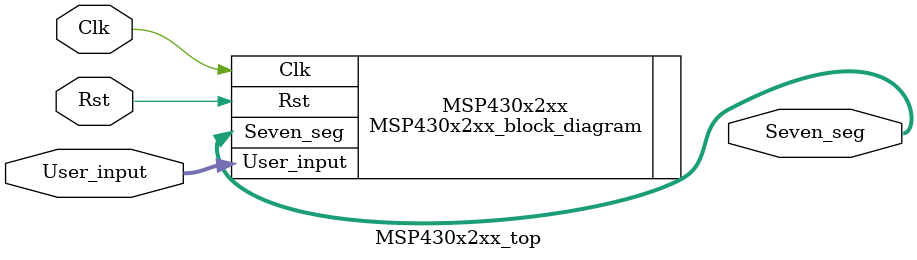
<source format=v>
module MSP430x2xx_top(Clk, Rst, 
						User_input, Seven_seg);

// Inputs
input 				Clk;
input					Rst;
input 	[ 3: 0]	User_input;

output	[41: 0] Seven_seg;
// Signals
// Registers
// Behavior

MSP430x2xx_block_diagram MSP430x2xx ( 
.Clk				(Clk),
.Rst				(Rst),
.User_input		(User_input),
.Seven_seg		(Seven_seg));

endmodule

</source>
